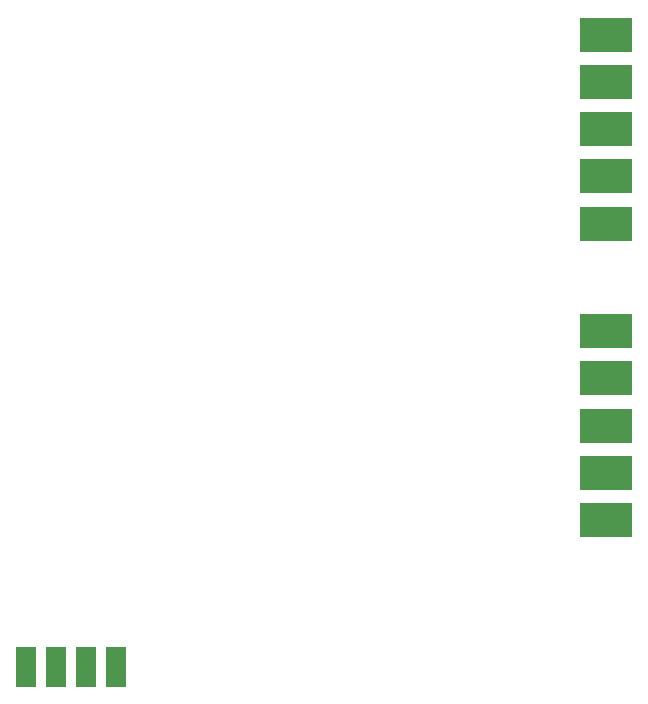
<source format=gbr>
%TF.GenerationSoftware,KiCad,Pcbnew,8.0.4*%
%TF.CreationDate,2024-12-05T15:49:58-05:00*%
%TF.ProjectId,CVTPCB,43565450-4342-42e6-9b69-6361645f7063,rev?*%
%TF.SameCoordinates,Original*%
%TF.FileFunction,Paste,Top*%
%TF.FilePolarity,Positive*%
%FSLAX46Y46*%
G04 Gerber Fmt 4.6, Leading zero omitted, Abs format (unit mm)*
G04 Created by KiCad (PCBNEW 8.0.4) date 2024-12-05 15:49:58*
%MOMM*%
%LPD*%
G01*
G04 APERTURE LIST*
%ADD10R,1.750000X3.500000*%
%ADD11R,4.500000X3.000000*%
G04 APERTURE END LIST*
D10*
%TO.C,J7*%
X120500000Y-124500000D03*
X117960000Y-124500000D03*
X115420000Y-124500000D03*
X112880000Y-124500000D03*
%TD*%
D11*
%TO.C,J3*%
X162000000Y-71000000D03*
X162000000Y-75000000D03*
X162000000Y-79000000D03*
X162000000Y-83000000D03*
X162000000Y-87000000D03*
%TD*%
%TO.C,J1*%
X162000000Y-96100000D03*
X162000000Y-100100000D03*
X162000000Y-104100000D03*
X162000000Y-108100000D03*
X162000000Y-112100000D03*
%TD*%
M02*

</source>
